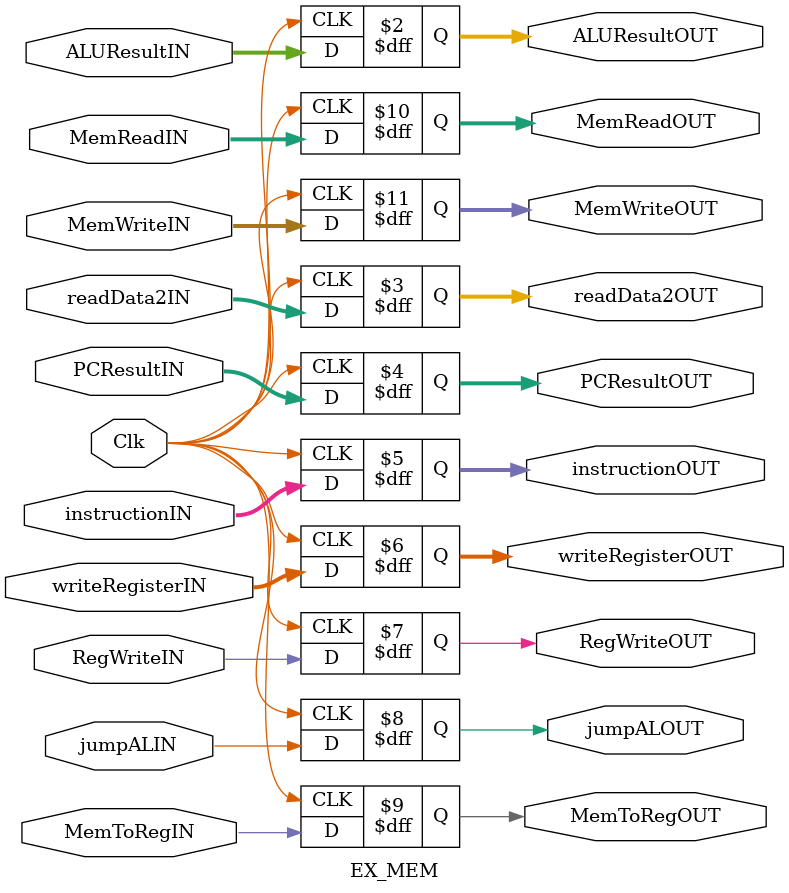
<source format=v>
module EX_MEM(ALUResultIN, ALUResultOUT, readData2IN, readData2OUT, writeRegisterIN, writeRegisterOUT, PCResultIN, PCResultOUT, instructionIN, instructionOUT,
RegWriteIN, MemWriteIN, MemReadIN, MemToRegIN, jumpALIN, 
RegWriteOUT, MemWriteOUT, MemReadOUT, MemToRegOUT, jumpALOUT, Clk);  
  
  input [31:0] ALUResultIN, readData2IN, PCResultIN, instructionIN;
  output reg[31:0] ALUResultOUT, readData2OUT, PCResultOUT, instructionOUT;
  input [4:0] writeRegisterIN;
  output reg [4:0] writeRegisterOUT;
  input Clk;

// controller inputs
  input RegWriteIN, jumpALIN, MemToRegIN;
  input [1:0] MemReadIN, MemWriteIN;

// controller outputs
  output reg RegWriteOUT, jumpALOUT, MemToRegOUT;
  output reg [1:0] MemReadOUT, MemWriteOUT;

always@(posedge Clk) begin
ALUResultOUT <= ALUResultIN;
readData2OUT <= readData2IN;
writeRegisterOUT <= writeRegisterIN;
PCResultOUT <= PCResultIN;
instructionOUT <= instructionIN;

RegWriteOUT <= RegWriteIN;
jumpALOUT <= jumpALIN;
MemToRegOUT <= MemToRegIN;
MemReadOUT <= MemReadIN;
MemWriteOUT <= MemWriteIN;
end
endmodule
</source>
